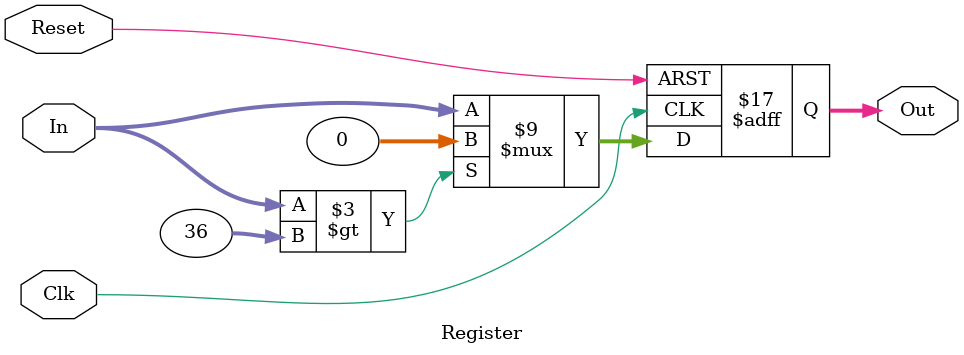
<source format=v>
`timescale 1ns / 1ps


module Register(In, Out, Reset, Clk);

	input [31:0] In;
	input Reset, Clk;

	output reg [31:0] Out = 0;
	
	reg hold = 0; //Used after reset to stabilze PC
    
    always @(posedge Clk, posedge Reset) begin
        if(Reset == 1)begin
            Out <= 0;
            hold <= 1;
        end else if(In > 36)begin
            Out <= 0;
            //hold <= 1;
        end else if(hold) begin
            Out <= In;
            hold <= 0; 
        end else begin
            Out <= In;
        end
    end

endmodule


</source>
